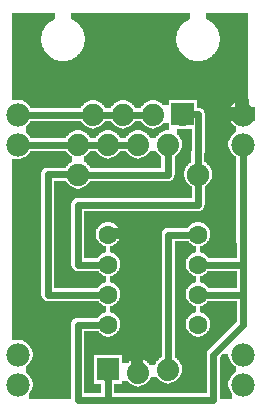
<source format=gbl>
G04 MADE WITH FRITZING*
G04 WWW.FRITZING.ORG*
G04 DOUBLE SIDED*
G04 HOLES PLATED*
G04 CONTOUR ON CENTER OF CONTOUR VECTOR*
%ASAXBY*%
%FSLAX23Y23*%
%MOIN*%
%OFA0B0*%
%SFA1.0B1.0*%
%ADD10C,0.075000*%
%ADD11C,0.078000*%
%ADD12C,0.074000*%
%ADD13C,0.063000*%
%ADD14C,0.024000*%
%ADD15R,0.001000X0.001000*%
%LNCOPPER0*%
G90*
G70*
G54D10*
X114Y320D03*
X346Y1261D03*
G54D11*
X809Y188D03*
X809Y88D03*
X59Y188D03*
X59Y88D03*
X59Y988D03*
X59Y888D03*
X809Y988D03*
X809Y888D03*
G54D12*
X359Y138D03*
X459Y128D03*
X559Y138D03*
X259Y888D03*
X309Y988D03*
X359Y888D03*
X459Y888D03*
X559Y888D03*
X409Y988D03*
X509Y988D03*
X609Y988D03*
G54D13*
X659Y288D03*
X659Y388D03*
X659Y488D03*
X659Y588D03*
X359Y588D03*
X359Y488D03*
X359Y388D03*
X359Y288D03*
G54D10*
X259Y788D03*
X659Y788D03*
G54D14*
X560Y588D02*
X632Y588D01*
D02*
X560Y238D02*
X560Y588D01*
D02*
X559Y170D02*
X560Y238D01*
D02*
X440Y988D02*
X478Y988D01*
D02*
X340Y988D02*
X378Y988D01*
D02*
X228Y888D02*
X89Y888D01*
D02*
X278Y988D02*
X89Y988D01*
D02*
X709Y188D02*
X709Y38D01*
D02*
X809Y288D02*
X709Y188D01*
D02*
X709Y38D02*
X358Y38D01*
D02*
X358Y38D02*
X359Y107D01*
D02*
X809Y858D02*
X809Y288D01*
D02*
X809Y488D02*
X686Y488D01*
D02*
X809Y858D02*
X809Y488D01*
D02*
X258Y38D02*
X258Y288D01*
D02*
X258Y288D02*
X332Y288D01*
D02*
X358Y38D02*
X258Y38D01*
D02*
X809Y388D02*
X809Y858D01*
D02*
X686Y388D02*
X809Y388D01*
D02*
X659Y688D02*
X258Y688D01*
D02*
X258Y488D02*
X332Y488D01*
D02*
X258Y688D02*
X258Y488D01*
D02*
X659Y760D02*
X659Y688D01*
D02*
X158Y388D02*
X332Y388D01*
D02*
X158Y789D02*
X158Y388D01*
D02*
X230Y789D02*
X158Y789D01*
D02*
X390Y888D02*
X428Y888D01*
D02*
X290Y888D02*
X328Y888D01*
D02*
X559Y788D02*
X559Y858D01*
D02*
X287Y788D02*
X559Y788D01*
D02*
X659Y989D02*
X640Y989D01*
D02*
X659Y817D02*
X659Y989D01*
G36*
X100Y967D02*
X100Y963D01*
X98Y963D01*
X98Y961D01*
X96Y961D01*
X96Y959D01*
X94Y959D01*
X94Y955D01*
X92Y955D01*
X92Y953D01*
X88Y953D01*
X88Y951D01*
X86Y951D01*
X86Y949D01*
X84Y949D01*
X84Y941D01*
X306Y941D01*
X306Y943D01*
X296Y943D01*
X296Y945D01*
X292Y945D01*
X292Y947D01*
X288Y947D01*
X288Y949D01*
X284Y949D01*
X284Y951D01*
X282Y951D01*
X282Y953D01*
X280Y953D01*
X280Y955D01*
X278Y955D01*
X278Y957D01*
X276Y957D01*
X276Y959D01*
X274Y959D01*
X274Y961D01*
X272Y961D01*
X272Y963D01*
X270Y963D01*
X270Y967D01*
X100Y967D01*
G37*
D02*
G36*
X348Y967D02*
X348Y963D01*
X346Y963D01*
X346Y961D01*
X344Y961D01*
X344Y959D01*
X342Y959D01*
X342Y957D01*
X340Y957D01*
X340Y955D01*
X338Y955D01*
X338Y953D01*
X336Y953D01*
X336Y951D01*
X334Y951D01*
X334Y949D01*
X330Y949D01*
X330Y947D01*
X326Y947D01*
X326Y945D01*
X320Y945D01*
X320Y943D01*
X312Y943D01*
X312Y941D01*
X406Y941D01*
X406Y943D01*
X396Y943D01*
X396Y945D01*
X392Y945D01*
X392Y947D01*
X388Y947D01*
X388Y949D01*
X384Y949D01*
X384Y951D01*
X382Y951D01*
X382Y953D01*
X380Y953D01*
X380Y955D01*
X378Y955D01*
X378Y957D01*
X376Y957D01*
X376Y959D01*
X374Y959D01*
X374Y961D01*
X372Y961D01*
X372Y963D01*
X370Y963D01*
X370Y967D01*
X348Y967D01*
G37*
D02*
G36*
X448Y967D02*
X448Y963D01*
X446Y963D01*
X446Y961D01*
X444Y961D01*
X444Y959D01*
X442Y959D01*
X442Y957D01*
X440Y957D01*
X440Y955D01*
X438Y955D01*
X438Y953D01*
X436Y953D01*
X436Y951D01*
X434Y951D01*
X434Y949D01*
X430Y949D01*
X430Y947D01*
X426Y947D01*
X426Y945D01*
X420Y945D01*
X420Y943D01*
X412Y943D01*
X412Y941D01*
X506Y941D01*
X506Y943D01*
X496Y943D01*
X496Y945D01*
X492Y945D01*
X492Y947D01*
X488Y947D01*
X488Y949D01*
X484Y949D01*
X484Y951D01*
X482Y951D01*
X482Y953D01*
X480Y953D01*
X480Y955D01*
X478Y955D01*
X478Y957D01*
X476Y957D01*
X476Y959D01*
X474Y959D01*
X474Y961D01*
X472Y961D01*
X472Y963D01*
X470Y963D01*
X470Y967D01*
X448Y967D01*
G37*
D02*
G36*
X542Y959D02*
X542Y957D01*
X540Y957D01*
X540Y955D01*
X538Y955D01*
X538Y953D01*
X536Y953D01*
X536Y951D01*
X534Y951D01*
X534Y949D01*
X530Y949D01*
X530Y947D01*
X526Y947D01*
X526Y945D01*
X520Y945D01*
X520Y943D01*
X512Y943D01*
X512Y941D01*
X562Y941D01*
X562Y959D01*
X542Y959D01*
G37*
D02*
G36*
X84Y941D02*
X84Y939D01*
X562Y939D01*
X562Y941D01*
X84Y941D01*
G37*
D02*
G36*
X84Y941D02*
X84Y939D01*
X562Y939D01*
X562Y941D01*
X84Y941D01*
G37*
D02*
G36*
X84Y941D02*
X84Y939D01*
X562Y939D01*
X562Y941D01*
X84Y941D01*
G37*
D02*
G36*
X84Y941D02*
X84Y939D01*
X562Y939D01*
X562Y941D01*
X84Y941D01*
G37*
D02*
G36*
X84Y939D02*
X84Y935D01*
X470Y935D01*
X470Y933D01*
X476Y933D01*
X476Y931D01*
X478Y931D01*
X478Y929D01*
X482Y929D01*
X482Y927D01*
X486Y927D01*
X486Y925D01*
X488Y925D01*
X488Y923D01*
X490Y923D01*
X490Y921D01*
X492Y921D01*
X492Y919D01*
X494Y919D01*
X494Y917D01*
X496Y917D01*
X496Y913D01*
X498Y913D01*
X498Y911D01*
X520Y911D01*
X520Y915D01*
X522Y915D01*
X522Y917D01*
X524Y917D01*
X524Y919D01*
X526Y919D01*
X526Y921D01*
X528Y921D01*
X528Y923D01*
X530Y923D01*
X530Y925D01*
X532Y925D01*
X532Y927D01*
X536Y927D01*
X536Y929D01*
X538Y929D01*
X538Y931D01*
X542Y931D01*
X542Y933D01*
X548Y933D01*
X548Y935D01*
X562Y935D01*
X562Y939D01*
X84Y939D01*
G37*
D02*
G36*
X84Y935D02*
X84Y929D01*
X86Y929D01*
X86Y927D01*
X88Y927D01*
X88Y925D01*
X90Y925D01*
X90Y923D01*
X92Y923D01*
X92Y921D01*
X94Y921D01*
X94Y919D01*
X96Y919D01*
X96Y917D01*
X98Y917D01*
X98Y915D01*
X100Y915D01*
X100Y911D01*
X220Y911D01*
X220Y915D01*
X222Y915D01*
X222Y917D01*
X224Y917D01*
X224Y919D01*
X226Y919D01*
X226Y921D01*
X228Y921D01*
X228Y923D01*
X230Y923D01*
X230Y925D01*
X232Y925D01*
X232Y927D01*
X236Y927D01*
X236Y929D01*
X238Y929D01*
X238Y931D01*
X242Y931D01*
X242Y933D01*
X248Y933D01*
X248Y935D01*
X84Y935D01*
G37*
D02*
G36*
X270Y935D02*
X270Y933D01*
X276Y933D01*
X276Y931D01*
X278Y931D01*
X278Y929D01*
X282Y929D01*
X282Y927D01*
X286Y927D01*
X286Y925D01*
X288Y925D01*
X288Y923D01*
X290Y923D01*
X290Y921D01*
X292Y921D01*
X292Y919D01*
X294Y919D01*
X294Y917D01*
X296Y917D01*
X296Y913D01*
X298Y913D01*
X298Y911D01*
X320Y911D01*
X320Y915D01*
X322Y915D01*
X322Y917D01*
X324Y917D01*
X324Y919D01*
X326Y919D01*
X326Y921D01*
X328Y921D01*
X328Y923D01*
X330Y923D01*
X330Y925D01*
X332Y925D01*
X332Y927D01*
X336Y927D01*
X336Y929D01*
X338Y929D01*
X338Y931D01*
X342Y931D01*
X342Y933D01*
X348Y933D01*
X348Y935D01*
X270Y935D01*
G37*
D02*
G36*
X370Y935D02*
X370Y933D01*
X376Y933D01*
X376Y931D01*
X378Y931D01*
X378Y929D01*
X382Y929D01*
X382Y927D01*
X386Y927D01*
X386Y925D01*
X388Y925D01*
X388Y923D01*
X390Y923D01*
X390Y921D01*
X392Y921D01*
X392Y919D01*
X394Y919D01*
X394Y917D01*
X396Y917D01*
X396Y913D01*
X398Y913D01*
X398Y911D01*
X420Y911D01*
X420Y915D01*
X422Y915D01*
X422Y917D01*
X424Y917D01*
X424Y919D01*
X426Y919D01*
X426Y921D01*
X428Y921D01*
X428Y923D01*
X430Y923D01*
X430Y925D01*
X432Y925D01*
X432Y927D01*
X436Y927D01*
X436Y929D01*
X438Y929D01*
X438Y931D01*
X442Y931D01*
X442Y933D01*
X448Y933D01*
X448Y935D01*
X370Y935D01*
G37*
D02*
G36*
X100Y867D02*
X100Y863D01*
X98Y863D01*
X98Y861D01*
X96Y861D01*
X96Y859D01*
X94Y859D01*
X94Y855D01*
X92Y855D01*
X92Y853D01*
X88Y853D01*
X88Y851D01*
X86Y851D01*
X86Y849D01*
X84Y849D01*
X84Y847D01*
X80Y847D01*
X80Y845D01*
X76Y845D01*
X76Y843D01*
X70Y843D01*
X70Y841D01*
X62Y841D01*
X62Y839D01*
X40Y839D01*
X40Y237D01*
X70Y237D01*
X70Y235D01*
X76Y235D01*
X76Y233D01*
X80Y233D01*
X80Y231D01*
X82Y231D01*
X82Y229D01*
X86Y229D01*
X86Y227D01*
X88Y227D01*
X88Y225D01*
X90Y225D01*
X90Y223D01*
X92Y223D01*
X92Y221D01*
X94Y221D01*
X94Y219D01*
X96Y219D01*
X96Y217D01*
X98Y217D01*
X98Y215D01*
X100Y215D01*
X100Y211D01*
X102Y211D01*
X102Y207D01*
X104Y207D01*
X104Y203D01*
X106Y203D01*
X106Y197D01*
X108Y197D01*
X108Y181D01*
X106Y181D01*
X106Y175D01*
X104Y175D01*
X104Y169D01*
X102Y169D01*
X102Y167D01*
X100Y167D01*
X100Y163D01*
X98Y163D01*
X98Y161D01*
X96Y161D01*
X96Y159D01*
X94Y159D01*
X94Y155D01*
X92Y155D01*
X92Y153D01*
X88Y153D01*
X88Y151D01*
X86Y151D01*
X86Y149D01*
X84Y149D01*
X84Y129D01*
X86Y129D01*
X86Y127D01*
X88Y127D01*
X88Y125D01*
X90Y125D01*
X90Y123D01*
X92Y123D01*
X92Y121D01*
X94Y121D01*
X94Y119D01*
X96Y119D01*
X96Y117D01*
X98Y117D01*
X98Y115D01*
X100Y115D01*
X100Y111D01*
X102Y111D01*
X102Y107D01*
X104Y107D01*
X104Y103D01*
X106Y103D01*
X106Y97D01*
X108Y97D01*
X108Y81D01*
X106Y81D01*
X106Y75D01*
X104Y75D01*
X104Y69D01*
X102Y69D01*
X102Y67D01*
X100Y67D01*
X100Y63D01*
X98Y63D01*
X98Y61D01*
X96Y61D01*
X96Y41D01*
X236Y41D01*
X236Y295D01*
X238Y295D01*
X238Y299D01*
X240Y299D01*
X240Y303D01*
X242Y303D01*
X242Y305D01*
X246Y305D01*
X246Y307D01*
X248Y307D01*
X248Y309D01*
X254Y309D01*
X254Y311D01*
X326Y311D01*
X326Y313D01*
X328Y313D01*
X328Y315D01*
X330Y315D01*
X330Y317D01*
X332Y317D01*
X332Y319D01*
X334Y319D01*
X334Y321D01*
X336Y321D01*
X336Y323D01*
X340Y323D01*
X340Y325D01*
X342Y325D01*
X342Y327D01*
X348Y327D01*
X348Y329D01*
X352Y329D01*
X352Y349D01*
X346Y349D01*
X346Y351D01*
X342Y351D01*
X342Y353D01*
X338Y353D01*
X338Y355D01*
X336Y355D01*
X336Y357D01*
X334Y357D01*
X334Y359D01*
X330Y359D01*
X330Y361D01*
X328Y361D01*
X328Y365D01*
X326Y365D01*
X326Y367D01*
X150Y367D01*
X150Y369D01*
X146Y369D01*
X146Y371D01*
X144Y371D01*
X144Y373D01*
X142Y373D01*
X142Y375D01*
X140Y375D01*
X140Y377D01*
X138Y377D01*
X138Y383D01*
X136Y383D01*
X136Y795D01*
X138Y795D01*
X138Y799D01*
X140Y799D01*
X140Y803D01*
X142Y803D01*
X142Y805D01*
X144Y805D01*
X144Y807D01*
X146Y807D01*
X146Y809D01*
X150Y809D01*
X150Y811D01*
X218Y811D01*
X218Y813D01*
X220Y813D01*
X220Y815D01*
X222Y815D01*
X222Y817D01*
X224Y817D01*
X224Y819D01*
X226Y819D01*
X226Y823D01*
X230Y823D01*
X230Y825D01*
X232Y825D01*
X232Y827D01*
X234Y827D01*
X234Y829D01*
X238Y829D01*
X238Y849D01*
X234Y849D01*
X234Y851D01*
X232Y851D01*
X232Y853D01*
X230Y853D01*
X230Y855D01*
X228Y855D01*
X228Y857D01*
X226Y857D01*
X226Y859D01*
X224Y859D01*
X224Y861D01*
X222Y861D01*
X222Y863D01*
X220Y863D01*
X220Y867D01*
X100Y867D01*
G37*
D02*
G36*
X298Y867D02*
X298Y863D01*
X296Y863D01*
X296Y861D01*
X294Y861D01*
X294Y859D01*
X292Y859D01*
X292Y857D01*
X290Y857D01*
X290Y855D01*
X288Y855D01*
X288Y853D01*
X286Y853D01*
X286Y851D01*
X284Y851D01*
X284Y849D01*
X280Y849D01*
X280Y841D01*
X356Y841D01*
X356Y843D01*
X346Y843D01*
X346Y845D01*
X342Y845D01*
X342Y847D01*
X338Y847D01*
X338Y849D01*
X334Y849D01*
X334Y851D01*
X332Y851D01*
X332Y853D01*
X330Y853D01*
X330Y855D01*
X328Y855D01*
X328Y857D01*
X326Y857D01*
X326Y859D01*
X324Y859D01*
X324Y861D01*
X322Y861D01*
X322Y863D01*
X320Y863D01*
X320Y867D01*
X298Y867D01*
G37*
D02*
G36*
X398Y867D02*
X398Y863D01*
X396Y863D01*
X396Y861D01*
X394Y861D01*
X394Y859D01*
X392Y859D01*
X392Y857D01*
X390Y857D01*
X390Y855D01*
X388Y855D01*
X388Y853D01*
X386Y853D01*
X386Y851D01*
X384Y851D01*
X384Y849D01*
X380Y849D01*
X380Y847D01*
X376Y847D01*
X376Y845D01*
X370Y845D01*
X370Y843D01*
X362Y843D01*
X362Y841D01*
X456Y841D01*
X456Y843D01*
X446Y843D01*
X446Y845D01*
X442Y845D01*
X442Y847D01*
X438Y847D01*
X438Y849D01*
X434Y849D01*
X434Y851D01*
X432Y851D01*
X432Y853D01*
X430Y853D01*
X430Y855D01*
X428Y855D01*
X428Y857D01*
X426Y857D01*
X426Y859D01*
X424Y859D01*
X424Y861D01*
X422Y861D01*
X422Y863D01*
X420Y863D01*
X420Y867D01*
X398Y867D01*
G37*
D02*
G36*
X498Y867D02*
X498Y863D01*
X496Y863D01*
X496Y861D01*
X494Y861D01*
X494Y859D01*
X492Y859D01*
X492Y857D01*
X490Y857D01*
X490Y855D01*
X488Y855D01*
X488Y853D01*
X486Y853D01*
X486Y851D01*
X484Y851D01*
X484Y849D01*
X480Y849D01*
X480Y847D01*
X476Y847D01*
X476Y845D01*
X470Y845D01*
X470Y843D01*
X462Y843D01*
X462Y841D01*
X536Y841D01*
X536Y849D01*
X534Y849D01*
X534Y851D01*
X532Y851D01*
X532Y853D01*
X530Y853D01*
X530Y855D01*
X528Y855D01*
X528Y857D01*
X526Y857D01*
X526Y859D01*
X524Y859D01*
X524Y861D01*
X522Y861D01*
X522Y863D01*
X520Y863D01*
X520Y867D01*
X498Y867D01*
G37*
D02*
G36*
X280Y841D02*
X280Y839D01*
X536Y839D01*
X536Y841D01*
X280Y841D01*
G37*
D02*
G36*
X280Y841D02*
X280Y839D01*
X536Y839D01*
X536Y841D01*
X280Y841D01*
G37*
D02*
G36*
X280Y841D02*
X280Y839D01*
X536Y839D01*
X536Y841D01*
X280Y841D01*
G37*
D02*
G36*
X280Y839D02*
X280Y829D01*
X284Y829D01*
X284Y827D01*
X286Y827D01*
X286Y825D01*
X288Y825D01*
X288Y823D01*
X290Y823D01*
X290Y821D01*
X292Y821D01*
X292Y819D01*
X294Y819D01*
X294Y817D01*
X296Y817D01*
X296Y815D01*
X298Y815D01*
X298Y811D01*
X536Y811D01*
X536Y839D01*
X280Y839D01*
G37*
D02*
G36*
X590Y941D02*
X590Y921D01*
X592Y921D01*
X592Y919D01*
X594Y919D01*
X594Y917D01*
X596Y917D01*
X596Y913D01*
X598Y913D01*
X598Y911D01*
X600Y911D01*
X600Y907D01*
X602Y907D01*
X602Y903D01*
X604Y903D01*
X604Y895D01*
X606Y895D01*
X606Y881D01*
X604Y881D01*
X604Y875D01*
X602Y875D01*
X602Y871D01*
X600Y871D01*
X600Y867D01*
X598Y867D01*
X598Y863D01*
X596Y863D01*
X596Y861D01*
X594Y861D01*
X594Y859D01*
X592Y859D01*
X592Y857D01*
X590Y857D01*
X590Y855D01*
X588Y855D01*
X588Y853D01*
X586Y853D01*
X586Y851D01*
X584Y851D01*
X584Y849D01*
X582Y849D01*
X582Y787D01*
X580Y787D01*
X580Y779D01*
X578Y779D01*
X578Y775D01*
X576Y775D01*
X576Y773D01*
X574Y773D01*
X574Y771D01*
X572Y771D01*
X572Y769D01*
X568Y769D01*
X568Y767D01*
X298Y767D01*
X298Y763D01*
X296Y763D01*
X296Y761D01*
X294Y761D01*
X294Y759D01*
X292Y759D01*
X292Y755D01*
X288Y755D01*
X288Y753D01*
X286Y753D01*
X286Y751D01*
X284Y751D01*
X284Y749D01*
X280Y749D01*
X280Y747D01*
X278Y747D01*
X278Y745D01*
X272Y745D01*
X272Y743D01*
X266Y743D01*
X266Y741D01*
X638Y741D01*
X638Y749D01*
X634Y749D01*
X634Y751D01*
X632Y751D01*
X632Y753D01*
X628Y753D01*
X628Y755D01*
X626Y755D01*
X626Y757D01*
X624Y757D01*
X624Y761D01*
X622Y761D01*
X622Y763D01*
X620Y763D01*
X620Y765D01*
X618Y765D01*
X618Y769D01*
X616Y769D01*
X616Y773D01*
X614Y773D01*
X614Y779D01*
X612Y779D01*
X612Y799D01*
X614Y799D01*
X614Y805D01*
X616Y805D01*
X616Y809D01*
X618Y809D01*
X618Y813D01*
X620Y813D01*
X620Y815D01*
X622Y815D01*
X622Y817D01*
X624Y817D01*
X624Y819D01*
X626Y819D01*
X626Y823D01*
X630Y823D01*
X630Y825D01*
X632Y825D01*
X632Y827D01*
X634Y827D01*
X634Y829D01*
X636Y829D01*
X636Y865D01*
X638Y865D01*
X638Y941D01*
X590Y941D01*
G37*
D02*
G36*
X180Y767D02*
X180Y741D01*
X252Y741D01*
X252Y743D01*
X246Y743D01*
X246Y745D01*
X240Y745D01*
X240Y747D01*
X238Y747D01*
X238Y749D01*
X234Y749D01*
X234Y751D01*
X232Y751D01*
X232Y753D01*
X228Y753D01*
X228Y755D01*
X226Y755D01*
X226Y757D01*
X224Y757D01*
X224Y761D01*
X222Y761D01*
X222Y763D01*
X220Y763D01*
X220Y765D01*
X218Y765D01*
X218Y767D01*
X180Y767D01*
G37*
D02*
G36*
X180Y741D02*
X180Y739D01*
X638Y739D01*
X638Y741D01*
X180Y741D01*
G37*
D02*
G36*
X180Y741D02*
X180Y739D01*
X638Y739D01*
X638Y741D01*
X180Y741D01*
G37*
D02*
G36*
X180Y739D02*
X180Y411D01*
X326Y411D01*
X326Y413D01*
X328Y413D01*
X328Y415D01*
X330Y415D01*
X330Y417D01*
X332Y417D01*
X332Y419D01*
X334Y419D01*
X334Y421D01*
X336Y421D01*
X336Y423D01*
X340Y423D01*
X340Y425D01*
X342Y425D01*
X342Y427D01*
X348Y427D01*
X348Y429D01*
X352Y429D01*
X352Y449D01*
X346Y449D01*
X346Y451D01*
X342Y451D01*
X342Y453D01*
X338Y453D01*
X338Y455D01*
X336Y455D01*
X336Y457D01*
X334Y457D01*
X334Y459D01*
X330Y459D01*
X330Y461D01*
X328Y461D01*
X328Y465D01*
X326Y465D01*
X326Y467D01*
X250Y467D01*
X250Y469D01*
X246Y469D01*
X246Y471D01*
X244Y471D01*
X244Y473D01*
X242Y473D01*
X242Y475D01*
X240Y475D01*
X240Y477D01*
X238Y477D01*
X238Y483D01*
X236Y483D01*
X236Y693D01*
X238Y693D01*
X238Y699D01*
X240Y699D01*
X240Y701D01*
X242Y701D01*
X242Y703D01*
X244Y703D01*
X244Y705D01*
X246Y705D01*
X246Y707D01*
X250Y707D01*
X250Y709D01*
X638Y709D01*
X638Y739D01*
X180Y739D01*
G37*
D02*
G36*
X692Y467D02*
X692Y465D01*
X690Y465D01*
X690Y463D01*
X688Y463D01*
X688Y461D01*
X686Y461D01*
X686Y459D01*
X684Y459D01*
X684Y457D01*
X682Y457D01*
X682Y455D01*
X680Y455D01*
X680Y453D01*
X676Y453D01*
X676Y451D01*
X672Y451D01*
X672Y449D01*
X666Y449D01*
X666Y429D01*
X670Y429D01*
X670Y427D01*
X676Y427D01*
X676Y425D01*
X678Y425D01*
X678Y423D01*
X682Y423D01*
X682Y421D01*
X684Y421D01*
X684Y419D01*
X686Y419D01*
X686Y417D01*
X688Y417D01*
X688Y415D01*
X690Y415D01*
X690Y413D01*
X692Y413D01*
X692Y411D01*
X788Y411D01*
X788Y467D01*
X692Y467D01*
G37*
D02*
G36*
X40Y1325D02*
X40Y1165D01*
X204Y1165D01*
X204Y1167D01*
X192Y1167D01*
X192Y1169D01*
X186Y1169D01*
X186Y1171D01*
X180Y1171D01*
X180Y1173D01*
X176Y1173D01*
X176Y1175D01*
X172Y1175D01*
X172Y1177D01*
X170Y1177D01*
X170Y1179D01*
X166Y1179D01*
X166Y1181D01*
X164Y1181D01*
X164Y1183D01*
X162Y1183D01*
X162Y1185D01*
X160Y1185D01*
X160Y1187D01*
X158Y1187D01*
X158Y1189D01*
X156Y1189D01*
X156Y1191D01*
X154Y1191D01*
X154Y1193D01*
X152Y1193D01*
X152Y1195D01*
X150Y1195D01*
X150Y1199D01*
X148Y1199D01*
X148Y1201D01*
X146Y1201D01*
X146Y1205D01*
X144Y1205D01*
X144Y1209D01*
X142Y1209D01*
X142Y1213D01*
X140Y1213D01*
X140Y1219D01*
X138Y1219D01*
X138Y1227D01*
X136Y1227D01*
X136Y1251D01*
X138Y1251D01*
X138Y1259D01*
X140Y1259D01*
X140Y1265D01*
X142Y1265D01*
X142Y1269D01*
X144Y1269D01*
X144Y1273D01*
X146Y1273D01*
X146Y1277D01*
X148Y1277D01*
X148Y1279D01*
X150Y1279D01*
X150Y1283D01*
X152Y1283D01*
X152Y1285D01*
X154Y1285D01*
X154Y1287D01*
X156Y1287D01*
X156Y1289D01*
X158Y1289D01*
X158Y1291D01*
X160Y1291D01*
X160Y1293D01*
X162Y1293D01*
X162Y1295D01*
X164Y1295D01*
X164Y1297D01*
X168Y1297D01*
X168Y1299D01*
X170Y1299D01*
X170Y1301D01*
X174Y1301D01*
X174Y1303D01*
X178Y1303D01*
X178Y1305D01*
X182Y1305D01*
X182Y1325D01*
X40Y1325D01*
G37*
D02*
G36*
X236Y1325D02*
X236Y1305D01*
X240Y1305D01*
X240Y1303D01*
X244Y1303D01*
X244Y1301D01*
X248Y1301D01*
X248Y1299D01*
X250Y1299D01*
X250Y1297D01*
X252Y1297D01*
X252Y1295D01*
X256Y1295D01*
X256Y1293D01*
X258Y1293D01*
X258Y1291D01*
X260Y1291D01*
X260Y1289D01*
X262Y1289D01*
X262Y1287D01*
X264Y1287D01*
X264Y1285D01*
X266Y1285D01*
X266Y1281D01*
X268Y1281D01*
X268Y1279D01*
X270Y1279D01*
X270Y1275D01*
X272Y1275D01*
X272Y1273D01*
X274Y1273D01*
X274Y1269D01*
X276Y1269D01*
X276Y1263D01*
X278Y1263D01*
X278Y1257D01*
X280Y1257D01*
X280Y1249D01*
X282Y1249D01*
X282Y1229D01*
X280Y1229D01*
X280Y1219D01*
X278Y1219D01*
X278Y1213D01*
X276Y1213D01*
X276Y1209D01*
X274Y1209D01*
X274Y1205D01*
X272Y1205D01*
X272Y1201D01*
X270Y1201D01*
X270Y1199D01*
X268Y1199D01*
X268Y1197D01*
X266Y1197D01*
X266Y1193D01*
X264Y1193D01*
X264Y1191D01*
X262Y1191D01*
X262Y1189D01*
X260Y1189D01*
X260Y1187D01*
X258Y1187D01*
X258Y1185D01*
X256Y1185D01*
X256Y1183D01*
X254Y1183D01*
X254Y1181D01*
X250Y1181D01*
X250Y1179D01*
X248Y1179D01*
X248Y1177D01*
X244Y1177D01*
X244Y1175D01*
X242Y1175D01*
X242Y1173D01*
X238Y1173D01*
X238Y1171D01*
X232Y1171D01*
X232Y1169D01*
X226Y1169D01*
X226Y1167D01*
X212Y1167D01*
X212Y1165D01*
X654Y1165D01*
X654Y1167D01*
X642Y1167D01*
X642Y1169D01*
X636Y1169D01*
X636Y1171D01*
X630Y1171D01*
X630Y1173D01*
X626Y1173D01*
X626Y1175D01*
X622Y1175D01*
X622Y1177D01*
X620Y1177D01*
X620Y1179D01*
X616Y1179D01*
X616Y1181D01*
X614Y1181D01*
X614Y1183D01*
X612Y1183D01*
X612Y1185D01*
X610Y1185D01*
X610Y1187D01*
X608Y1187D01*
X608Y1189D01*
X606Y1189D01*
X606Y1191D01*
X604Y1191D01*
X604Y1193D01*
X602Y1193D01*
X602Y1195D01*
X600Y1195D01*
X600Y1199D01*
X598Y1199D01*
X598Y1201D01*
X596Y1201D01*
X596Y1205D01*
X594Y1205D01*
X594Y1209D01*
X592Y1209D01*
X592Y1213D01*
X590Y1213D01*
X590Y1219D01*
X588Y1219D01*
X588Y1227D01*
X586Y1227D01*
X586Y1251D01*
X588Y1251D01*
X588Y1259D01*
X590Y1259D01*
X590Y1265D01*
X592Y1265D01*
X592Y1269D01*
X594Y1269D01*
X594Y1273D01*
X596Y1273D01*
X596Y1277D01*
X598Y1277D01*
X598Y1279D01*
X600Y1279D01*
X600Y1283D01*
X602Y1283D01*
X602Y1285D01*
X604Y1285D01*
X604Y1287D01*
X606Y1287D01*
X606Y1289D01*
X608Y1289D01*
X608Y1291D01*
X610Y1291D01*
X610Y1293D01*
X612Y1293D01*
X612Y1295D01*
X614Y1295D01*
X614Y1297D01*
X618Y1297D01*
X618Y1299D01*
X620Y1299D01*
X620Y1301D01*
X624Y1301D01*
X624Y1303D01*
X628Y1303D01*
X628Y1305D01*
X632Y1305D01*
X632Y1325D01*
X236Y1325D01*
G37*
D02*
G36*
X686Y1325D02*
X686Y1305D01*
X690Y1305D01*
X690Y1303D01*
X694Y1303D01*
X694Y1301D01*
X698Y1301D01*
X698Y1299D01*
X700Y1299D01*
X700Y1297D01*
X702Y1297D01*
X702Y1295D01*
X706Y1295D01*
X706Y1293D01*
X708Y1293D01*
X708Y1291D01*
X710Y1291D01*
X710Y1289D01*
X712Y1289D01*
X712Y1287D01*
X714Y1287D01*
X714Y1285D01*
X716Y1285D01*
X716Y1281D01*
X718Y1281D01*
X718Y1279D01*
X720Y1279D01*
X720Y1275D01*
X722Y1275D01*
X722Y1273D01*
X724Y1273D01*
X724Y1269D01*
X726Y1269D01*
X726Y1263D01*
X728Y1263D01*
X728Y1257D01*
X730Y1257D01*
X730Y1249D01*
X732Y1249D01*
X732Y1229D01*
X730Y1229D01*
X730Y1219D01*
X728Y1219D01*
X728Y1213D01*
X726Y1213D01*
X726Y1209D01*
X724Y1209D01*
X724Y1205D01*
X722Y1205D01*
X722Y1201D01*
X720Y1201D01*
X720Y1199D01*
X718Y1199D01*
X718Y1197D01*
X716Y1197D01*
X716Y1193D01*
X714Y1193D01*
X714Y1191D01*
X712Y1191D01*
X712Y1189D01*
X710Y1189D01*
X710Y1187D01*
X708Y1187D01*
X708Y1185D01*
X706Y1185D01*
X706Y1183D01*
X704Y1183D01*
X704Y1181D01*
X700Y1181D01*
X700Y1179D01*
X698Y1179D01*
X698Y1177D01*
X694Y1177D01*
X694Y1175D01*
X692Y1175D01*
X692Y1173D01*
X688Y1173D01*
X688Y1171D01*
X682Y1171D01*
X682Y1169D01*
X676Y1169D01*
X676Y1167D01*
X662Y1167D01*
X662Y1165D01*
X826Y1165D01*
X826Y1325D01*
X686Y1325D01*
G37*
D02*
G36*
X40Y1165D02*
X40Y1163D01*
X826Y1163D01*
X826Y1165D01*
X40Y1165D01*
G37*
D02*
G36*
X40Y1165D02*
X40Y1163D01*
X826Y1163D01*
X826Y1165D01*
X40Y1165D01*
G37*
D02*
G36*
X40Y1165D02*
X40Y1163D01*
X826Y1163D01*
X826Y1165D01*
X40Y1165D01*
G37*
D02*
G36*
X40Y1163D02*
X40Y1037D01*
X70Y1037D01*
X70Y1035D01*
X656Y1035D01*
X656Y1011D01*
X666Y1011D01*
X666Y1009D01*
X670Y1009D01*
X670Y1007D01*
X674Y1007D01*
X674Y1005D01*
X676Y1005D01*
X676Y1003D01*
X678Y1003D01*
X678Y999D01*
X680Y999D01*
X680Y993D01*
X682Y993D01*
X682Y859D01*
X680Y859D01*
X680Y829D01*
X684Y829D01*
X684Y827D01*
X686Y827D01*
X686Y825D01*
X688Y825D01*
X688Y823D01*
X690Y823D01*
X690Y821D01*
X692Y821D01*
X692Y819D01*
X694Y819D01*
X694Y817D01*
X696Y817D01*
X696Y815D01*
X698Y815D01*
X698Y811D01*
X700Y811D01*
X700Y809D01*
X702Y809D01*
X702Y803D01*
X704Y803D01*
X704Y799D01*
X706Y799D01*
X706Y779D01*
X704Y779D01*
X704Y773D01*
X702Y773D01*
X702Y769D01*
X700Y769D01*
X700Y767D01*
X698Y767D01*
X698Y763D01*
X696Y763D01*
X696Y761D01*
X694Y761D01*
X694Y759D01*
X692Y759D01*
X692Y755D01*
X688Y755D01*
X688Y753D01*
X686Y753D01*
X686Y751D01*
X684Y751D01*
X684Y749D01*
X682Y749D01*
X682Y685D01*
X680Y685D01*
X680Y679D01*
X678Y679D01*
X678Y675D01*
X676Y675D01*
X676Y673D01*
X674Y673D01*
X674Y671D01*
X672Y671D01*
X672Y669D01*
X668Y669D01*
X668Y667D01*
X660Y667D01*
X660Y665D01*
X280Y665D01*
X280Y631D01*
X662Y631D01*
X662Y629D01*
X670Y629D01*
X670Y627D01*
X676Y627D01*
X676Y625D01*
X678Y625D01*
X678Y623D01*
X682Y623D01*
X682Y621D01*
X684Y621D01*
X684Y619D01*
X686Y619D01*
X686Y617D01*
X688Y617D01*
X688Y615D01*
X690Y615D01*
X690Y613D01*
X692Y613D01*
X692Y611D01*
X694Y611D01*
X694Y607D01*
X696Y607D01*
X696Y603D01*
X698Y603D01*
X698Y597D01*
X700Y597D01*
X700Y581D01*
X698Y581D01*
X698Y575D01*
X696Y575D01*
X696Y571D01*
X694Y571D01*
X694Y567D01*
X692Y567D01*
X692Y565D01*
X690Y565D01*
X690Y563D01*
X688Y563D01*
X688Y561D01*
X686Y561D01*
X686Y559D01*
X684Y559D01*
X684Y557D01*
X682Y557D01*
X682Y555D01*
X680Y555D01*
X680Y553D01*
X676Y553D01*
X676Y551D01*
X672Y551D01*
X672Y549D01*
X666Y549D01*
X666Y529D01*
X670Y529D01*
X670Y527D01*
X676Y527D01*
X676Y525D01*
X678Y525D01*
X678Y523D01*
X682Y523D01*
X682Y521D01*
X684Y521D01*
X684Y519D01*
X686Y519D01*
X686Y517D01*
X688Y517D01*
X688Y515D01*
X690Y515D01*
X690Y513D01*
X692Y513D01*
X692Y511D01*
X788Y511D01*
X788Y561D01*
X786Y561D01*
X786Y847D01*
X784Y847D01*
X784Y849D01*
X782Y849D01*
X782Y851D01*
X778Y851D01*
X778Y853D01*
X776Y853D01*
X776Y855D01*
X774Y855D01*
X774Y857D01*
X772Y857D01*
X772Y861D01*
X770Y861D01*
X770Y863D01*
X768Y863D01*
X768Y865D01*
X766Y865D01*
X766Y869D01*
X764Y869D01*
X764Y873D01*
X762Y873D01*
X762Y879D01*
X760Y879D01*
X760Y899D01*
X762Y899D01*
X762Y903D01*
X764Y903D01*
X764Y909D01*
X766Y909D01*
X766Y911D01*
X768Y911D01*
X768Y915D01*
X770Y915D01*
X770Y917D01*
X772Y917D01*
X772Y919D01*
X774Y919D01*
X774Y923D01*
X778Y923D01*
X778Y925D01*
X780Y925D01*
X780Y927D01*
X782Y927D01*
X782Y929D01*
X784Y929D01*
X784Y949D01*
X782Y949D01*
X782Y951D01*
X778Y951D01*
X778Y953D01*
X776Y953D01*
X776Y955D01*
X774Y955D01*
X774Y957D01*
X772Y957D01*
X772Y961D01*
X770Y961D01*
X770Y963D01*
X768Y963D01*
X768Y965D01*
X766Y965D01*
X766Y969D01*
X764Y969D01*
X764Y973D01*
X762Y973D01*
X762Y979D01*
X760Y979D01*
X760Y999D01*
X762Y999D01*
X762Y1003D01*
X764Y1003D01*
X764Y1009D01*
X766Y1009D01*
X766Y1011D01*
X768Y1011D01*
X768Y1015D01*
X770Y1015D01*
X770Y1017D01*
X772Y1017D01*
X772Y1019D01*
X774Y1019D01*
X774Y1023D01*
X778Y1023D01*
X778Y1025D01*
X780Y1025D01*
X780Y1027D01*
X782Y1027D01*
X782Y1029D01*
X784Y1029D01*
X784Y1031D01*
X788Y1031D01*
X788Y1033D01*
X792Y1033D01*
X792Y1035D01*
X798Y1035D01*
X798Y1037D01*
X826Y1037D01*
X826Y1163D01*
X40Y1163D01*
G37*
D02*
G36*
X76Y1035D02*
X76Y1033D01*
X80Y1033D01*
X80Y1031D01*
X82Y1031D01*
X82Y1029D01*
X86Y1029D01*
X86Y1027D01*
X88Y1027D01*
X88Y1025D01*
X90Y1025D01*
X90Y1023D01*
X92Y1023D01*
X92Y1021D01*
X94Y1021D01*
X94Y1019D01*
X96Y1019D01*
X96Y1017D01*
X98Y1017D01*
X98Y1015D01*
X100Y1015D01*
X100Y1011D01*
X270Y1011D01*
X270Y1015D01*
X272Y1015D01*
X272Y1017D01*
X274Y1017D01*
X274Y1019D01*
X276Y1019D01*
X276Y1021D01*
X278Y1021D01*
X278Y1023D01*
X280Y1023D01*
X280Y1025D01*
X282Y1025D01*
X282Y1027D01*
X286Y1027D01*
X286Y1029D01*
X288Y1029D01*
X288Y1031D01*
X292Y1031D01*
X292Y1033D01*
X298Y1033D01*
X298Y1035D01*
X76Y1035D01*
G37*
D02*
G36*
X320Y1035D02*
X320Y1033D01*
X326Y1033D01*
X326Y1031D01*
X328Y1031D01*
X328Y1029D01*
X332Y1029D01*
X332Y1027D01*
X336Y1027D01*
X336Y1025D01*
X338Y1025D01*
X338Y1023D01*
X340Y1023D01*
X340Y1021D01*
X342Y1021D01*
X342Y1019D01*
X344Y1019D01*
X344Y1017D01*
X346Y1017D01*
X346Y1013D01*
X348Y1013D01*
X348Y1011D01*
X370Y1011D01*
X370Y1015D01*
X372Y1015D01*
X372Y1017D01*
X374Y1017D01*
X374Y1019D01*
X376Y1019D01*
X376Y1021D01*
X378Y1021D01*
X378Y1023D01*
X380Y1023D01*
X380Y1025D01*
X382Y1025D01*
X382Y1027D01*
X386Y1027D01*
X386Y1029D01*
X388Y1029D01*
X388Y1031D01*
X392Y1031D01*
X392Y1033D01*
X398Y1033D01*
X398Y1035D01*
X320Y1035D01*
G37*
D02*
G36*
X420Y1035D02*
X420Y1033D01*
X426Y1033D01*
X426Y1031D01*
X428Y1031D01*
X428Y1029D01*
X432Y1029D01*
X432Y1027D01*
X436Y1027D01*
X436Y1025D01*
X438Y1025D01*
X438Y1023D01*
X440Y1023D01*
X440Y1021D01*
X442Y1021D01*
X442Y1019D01*
X444Y1019D01*
X444Y1017D01*
X446Y1017D01*
X446Y1013D01*
X448Y1013D01*
X448Y1011D01*
X470Y1011D01*
X470Y1015D01*
X472Y1015D01*
X472Y1017D01*
X474Y1017D01*
X474Y1019D01*
X476Y1019D01*
X476Y1021D01*
X478Y1021D01*
X478Y1023D01*
X480Y1023D01*
X480Y1025D01*
X482Y1025D01*
X482Y1027D01*
X486Y1027D01*
X486Y1029D01*
X488Y1029D01*
X488Y1031D01*
X492Y1031D01*
X492Y1033D01*
X498Y1033D01*
X498Y1035D01*
X420Y1035D01*
G37*
D02*
G36*
X520Y1035D02*
X520Y1033D01*
X526Y1033D01*
X526Y1031D01*
X528Y1031D01*
X528Y1029D01*
X532Y1029D01*
X532Y1027D01*
X536Y1027D01*
X536Y1025D01*
X538Y1025D01*
X538Y1023D01*
X540Y1023D01*
X540Y1021D01*
X542Y1021D01*
X542Y1019D01*
X562Y1019D01*
X562Y1035D01*
X520Y1035D01*
G37*
D02*
G36*
X280Y631D02*
X280Y511D01*
X326Y511D01*
X326Y513D01*
X328Y513D01*
X328Y515D01*
X330Y515D01*
X330Y517D01*
X332Y517D01*
X332Y519D01*
X334Y519D01*
X334Y521D01*
X336Y521D01*
X336Y523D01*
X340Y523D01*
X340Y525D01*
X342Y525D01*
X342Y527D01*
X348Y527D01*
X348Y529D01*
X352Y529D01*
X352Y549D01*
X346Y549D01*
X346Y551D01*
X342Y551D01*
X342Y553D01*
X338Y553D01*
X338Y555D01*
X336Y555D01*
X336Y557D01*
X334Y557D01*
X334Y559D01*
X330Y559D01*
X330Y561D01*
X328Y561D01*
X328Y565D01*
X326Y565D01*
X326Y567D01*
X324Y567D01*
X324Y571D01*
X322Y571D01*
X322Y573D01*
X320Y573D01*
X320Y579D01*
X318Y579D01*
X318Y599D01*
X320Y599D01*
X320Y605D01*
X322Y605D01*
X322Y607D01*
X324Y607D01*
X324Y611D01*
X326Y611D01*
X326Y613D01*
X328Y613D01*
X328Y615D01*
X330Y615D01*
X330Y617D01*
X332Y617D01*
X332Y619D01*
X334Y619D01*
X334Y621D01*
X336Y621D01*
X336Y623D01*
X340Y623D01*
X340Y625D01*
X342Y625D01*
X342Y627D01*
X348Y627D01*
X348Y629D01*
X354Y629D01*
X354Y631D01*
X280Y631D01*
G37*
D02*
G36*
X362Y631D02*
X362Y629D01*
X370Y629D01*
X370Y627D01*
X376Y627D01*
X376Y625D01*
X378Y625D01*
X378Y623D01*
X382Y623D01*
X382Y621D01*
X384Y621D01*
X384Y619D01*
X386Y619D01*
X386Y617D01*
X388Y617D01*
X388Y615D01*
X390Y615D01*
X390Y613D01*
X392Y613D01*
X392Y611D01*
X394Y611D01*
X394Y607D01*
X396Y607D01*
X396Y603D01*
X398Y603D01*
X398Y597D01*
X400Y597D01*
X400Y581D01*
X398Y581D01*
X398Y575D01*
X396Y575D01*
X396Y571D01*
X394Y571D01*
X394Y567D01*
X392Y567D01*
X392Y565D01*
X390Y565D01*
X390Y563D01*
X388Y563D01*
X388Y561D01*
X386Y561D01*
X386Y559D01*
X384Y559D01*
X384Y557D01*
X382Y557D01*
X382Y555D01*
X380Y555D01*
X380Y553D01*
X376Y553D01*
X376Y551D01*
X372Y551D01*
X372Y549D01*
X366Y549D01*
X366Y529D01*
X370Y529D01*
X370Y527D01*
X376Y527D01*
X376Y525D01*
X378Y525D01*
X378Y523D01*
X382Y523D01*
X382Y521D01*
X384Y521D01*
X384Y519D01*
X386Y519D01*
X386Y517D01*
X388Y517D01*
X388Y515D01*
X390Y515D01*
X390Y513D01*
X392Y513D01*
X392Y511D01*
X394Y511D01*
X394Y507D01*
X396Y507D01*
X396Y503D01*
X398Y503D01*
X398Y497D01*
X400Y497D01*
X400Y481D01*
X398Y481D01*
X398Y475D01*
X396Y475D01*
X396Y471D01*
X394Y471D01*
X394Y467D01*
X392Y467D01*
X392Y465D01*
X390Y465D01*
X390Y463D01*
X388Y463D01*
X388Y461D01*
X386Y461D01*
X386Y459D01*
X384Y459D01*
X384Y457D01*
X382Y457D01*
X382Y455D01*
X380Y455D01*
X380Y453D01*
X376Y453D01*
X376Y451D01*
X372Y451D01*
X372Y449D01*
X366Y449D01*
X366Y429D01*
X370Y429D01*
X370Y427D01*
X376Y427D01*
X376Y425D01*
X378Y425D01*
X378Y423D01*
X382Y423D01*
X382Y421D01*
X384Y421D01*
X384Y419D01*
X386Y419D01*
X386Y417D01*
X388Y417D01*
X388Y415D01*
X390Y415D01*
X390Y413D01*
X392Y413D01*
X392Y411D01*
X394Y411D01*
X394Y407D01*
X396Y407D01*
X396Y403D01*
X398Y403D01*
X398Y397D01*
X400Y397D01*
X400Y381D01*
X398Y381D01*
X398Y375D01*
X396Y375D01*
X396Y371D01*
X394Y371D01*
X394Y367D01*
X392Y367D01*
X392Y365D01*
X390Y365D01*
X390Y363D01*
X388Y363D01*
X388Y361D01*
X386Y361D01*
X386Y359D01*
X384Y359D01*
X384Y357D01*
X382Y357D01*
X382Y355D01*
X380Y355D01*
X380Y353D01*
X376Y353D01*
X376Y351D01*
X372Y351D01*
X372Y349D01*
X366Y349D01*
X366Y329D01*
X370Y329D01*
X370Y327D01*
X376Y327D01*
X376Y325D01*
X378Y325D01*
X378Y323D01*
X382Y323D01*
X382Y321D01*
X384Y321D01*
X384Y319D01*
X386Y319D01*
X386Y317D01*
X388Y317D01*
X388Y315D01*
X390Y315D01*
X390Y313D01*
X392Y313D01*
X392Y311D01*
X394Y311D01*
X394Y307D01*
X396Y307D01*
X396Y303D01*
X398Y303D01*
X398Y297D01*
X400Y297D01*
X400Y281D01*
X398Y281D01*
X398Y275D01*
X396Y275D01*
X396Y271D01*
X394Y271D01*
X394Y267D01*
X392Y267D01*
X392Y265D01*
X390Y265D01*
X390Y263D01*
X388Y263D01*
X388Y261D01*
X386Y261D01*
X386Y259D01*
X384Y259D01*
X384Y257D01*
X382Y257D01*
X382Y255D01*
X380Y255D01*
X380Y253D01*
X376Y253D01*
X376Y251D01*
X372Y251D01*
X372Y249D01*
X366Y249D01*
X366Y247D01*
X538Y247D01*
X538Y595D01*
X540Y595D01*
X540Y599D01*
X542Y599D01*
X542Y603D01*
X544Y603D01*
X544Y605D01*
X546Y605D01*
X546Y607D01*
X550Y607D01*
X550Y609D01*
X558Y609D01*
X558Y611D01*
X626Y611D01*
X626Y613D01*
X628Y613D01*
X628Y615D01*
X630Y615D01*
X630Y617D01*
X632Y617D01*
X632Y619D01*
X634Y619D01*
X634Y621D01*
X636Y621D01*
X636Y623D01*
X640Y623D01*
X640Y625D01*
X642Y625D01*
X642Y627D01*
X648Y627D01*
X648Y629D01*
X654Y629D01*
X654Y631D01*
X362Y631D01*
G37*
D02*
G36*
X280Y267D02*
X280Y247D01*
X352Y247D01*
X352Y249D01*
X346Y249D01*
X346Y251D01*
X342Y251D01*
X342Y253D01*
X338Y253D01*
X338Y255D01*
X336Y255D01*
X336Y257D01*
X334Y257D01*
X334Y259D01*
X330Y259D01*
X330Y261D01*
X328Y261D01*
X328Y265D01*
X326Y265D01*
X326Y267D01*
X280Y267D01*
G37*
D02*
G36*
X280Y247D02*
X280Y245D01*
X538Y245D01*
X538Y247D01*
X280Y247D01*
G37*
D02*
G36*
X280Y247D02*
X280Y245D01*
X538Y245D01*
X538Y247D01*
X280Y247D01*
G37*
D02*
G36*
X280Y245D02*
X280Y185D01*
X406Y185D01*
X406Y175D01*
X470Y175D01*
X470Y173D01*
X476Y173D01*
X476Y171D01*
X478Y171D01*
X478Y169D01*
X482Y169D01*
X482Y167D01*
X486Y167D01*
X486Y165D01*
X488Y165D01*
X488Y163D01*
X490Y163D01*
X490Y161D01*
X492Y161D01*
X492Y159D01*
X494Y159D01*
X494Y157D01*
X496Y157D01*
X496Y153D01*
X516Y153D01*
X516Y157D01*
X518Y157D01*
X518Y161D01*
X520Y161D01*
X520Y165D01*
X522Y165D01*
X522Y167D01*
X524Y167D01*
X524Y169D01*
X526Y169D01*
X526Y171D01*
X528Y171D01*
X528Y173D01*
X530Y173D01*
X530Y175D01*
X532Y175D01*
X532Y177D01*
X536Y177D01*
X536Y179D01*
X538Y179D01*
X538Y245D01*
X280Y245D01*
G37*
D02*
G36*
X280Y185D02*
X280Y61D01*
X336Y61D01*
X336Y91D01*
X312Y91D01*
X312Y185D01*
X280Y185D01*
G37*
D02*
G36*
X406Y175D02*
X406Y159D01*
X426Y159D01*
X426Y161D01*
X428Y161D01*
X428Y163D01*
X430Y163D01*
X430Y165D01*
X432Y165D01*
X432Y167D01*
X436Y167D01*
X436Y169D01*
X438Y169D01*
X438Y171D01*
X442Y171D01*
X442Y173D01*
X448Y173D01*
X448Y175D01*
X406Y175D01*
G37*
D02*
G36*
X740Y189D02*
X740Y187D01*
X738Y187D01*
X738Y185D01*
X736Y185D01*
X736Y183D01*
X734Y183D01*
X734Y181D01*
X732Y181D01*
X732Y41D01*
X772Y41D01*
X772Y61D01*
X770Y61D01*
X770Y63D01*
X768Y63D01*
X768Y65D01*
X766Y65D01*
X766Y69D01*
X764Y69D01*
X764Y73D01*
X762Y73D01*
X762Y79D01*
X760Y79D01*
X760Y99D01*
X762Y99D01*
X762Y103D01*
X764Y103D01*
X764Y109D01*
X766Y109D01*
X766Y111D01*
X768Y111D01*
X768Y115D01*
X770Y115D01*
X770Y117D01*
X772Y117D01*
X772Y119D01*
X774Y119D01*
X774Y123D01*
X778Y123D01*
X778Y125D01*
X780Y125D01*
X780Y127D01*
X782Y127D01*
X782Y129D01*
X784Y129D01*
X784Y149D01*
X782Y149D01*
X782Y151D01*
X778Y151D01*
X778Y153D01*
X776Y153D01*
X776Y155D01*
X774Y155D01*
X774Y157D01*
X772Y157D01*
X772Y161D01*
X770Y161D01*
X770Y163D01*
X768Y163D01*
X768Y165D01*
X766Y165D01*
X766Y169D01*
X764Y169D01*
X764Y173D01*
X762Y173D01*
X762Y179D01*
X760Y179D01*
X760Y189D01*
X740Y189D01*
G37*
D02*
G36*
X582Y567D02*
X582Y247D01*
X652Y247D01*
X652Y249D01*
X646Y249D01*
X646Y251D01*
X642Y251D01*
X642Y253D01*
X638Y253D01*
X638Y255D01*
X636Y255D01*
X636Y257D01*
X634Y257D01*
X634Y259D01*
X630Y259D01*
X630Y261D01*
X628Y261D01*
X628Y265D01*
X626Y265D01*
X626Y267D01*
X624Y267D01*
X624Y271D01*
X622Y271D01*
X622Y273D01*
X620Y273D01*
X620Y279D01*
X618Y279D01*
X618Y299D01*
X620Y299D01*
X620Y305D01*
X622Y305D01*
X622Y307D01*
X624Y307D01*
X624Y311D01*
X626Y311D01*
X626Y313D01*
X628Y313D01*
X628Y315D01*
X630Y315D01*
X630Y317D01*
X632Y317D01*
X632Y319D01*
X634Y319D01*
X634Y321D01*
X636Y321D01*
X636Y323D01*
X640Y323D01*
X640Y325D01*
X642Y325D01*
X642Y327D01*
X648Y327D01*
X648Y329D01*
X652Y329D01*
X652Y349D01*
X646Y349D01*
X646Y351D01*
X642Y351D01*
X642Y353D01*
X638Y353D01*
X638Y355D01*
X636Y355D01*
X636Y357D01*
X634Y357D01*
X634Y359D01*
X630Y359D01*
X630Y361D01*
X628Y361D01*
X628Y365D01*
X626Y365D01*
X626Y367D01*
X624Y367D01*
X624Y371D01*
X622Y371D01*
X622Y373D01*
X620Y373D01*
X620Y379D01*
X618Y379D01*
X618Y399D01*
X620Y399D01*
X620Y405D01*
X622Y405D01*
X622Y407D01*
X624Y407D01*
X624Y411D01*
X626Y411D01*
X626Y413D01*
X628Y413D01*
X628Y415D01*
X630Y415D01*
X630Y417D01*
X632Y417D01*
X632Y419D01*
X634Y419D01*
X634Y421D01*
X636Y421D01*
X636Y423D01*
X640Y423D01*
X640Y425D01*
X642Y425D01*
X642Y427D01*
X648Y427D01*
X648Y429D01*
X652Y429D01*
X652Y449D01*
X646Y449D01*
X646Y451D01*
X642Y451D01*
X642Y453D01*
X638Y453D01*
X638Y455D01*
X636Y455D01*
X636Y457D01*
X634Y457D01*
X634Y459D01*
X630Y459D01*
X630Y461D01*
X628Y461D01*
X628Y465D01*
X626Y465D01*
X626Y467D01*
X624Y467D01*
X624Y471D01*
X622Y471D01*
X622Y473D01*
X620Y473D01*
X620Y479D01*
X618Y479D01*
X618Y499D01*
X620Y499D01*
X620Y505D01*
X622Y505D01*
X622Y507D01*
X624Y507D01*
X624Y511D01*
X626Y511D01*
X626Y513D01*
X628Y513D01*
X628Y515D01*
X630Y515D01*
X630Y517D01*
X632Y517D01*
X632Y519D01*
X634Y519D01*
X634Y521D01*
X636Y521D01*
X636Y523D01*
X640Y523D01*
X640Y525D01*
X642Y525D01*
X642Y527D01*
X648Y527D01*
X648Y529D01*
X652Y529D01*
X652Y549D01*
X646Y549D01*
X646Y551D01*
X642Y551D01*
X642Y553D01*
X638Y553D01*
X638Y555D01*
X636Y555D01*
X636Y557D01*
X634Y557D01*
X634Y559D01*
X630Y559D01*
X630Y561D01*
X628Y561D01*
X628Y565D01*
X626Y565D01*
X626Y567D01*
X582Y567D01*
G37*
D02*
G36*
X692Y367D02*
X692Y365D01*
X690Y365D01*
X690Y363D01*
X688Y363D01*
X688Y361D01*
X686Y361D01*
X686Y359D01*
X684Y359D01*
X684Y357D01*
X682Y357D01*
X682Y355D01*
X680Y355D01*
X680Y353D01*
X676Y353D01*
X676Y351D01*
X672Y351D01*
X672Y349D01*
X666Y349D01*
X666Y329D01*
X670Y329D01*
X670Y327D01*
X676Y327D01*
X676Y325D01*
X678Y325D01*
X678Y323D01*
X682Y323D01*
X682Y321D01*
X684Y321D01*
X684Y319D01*
X686Y319D01*
X686Y317D01*
X688Y317D01*
X688Y315D01*
X690Y315D01*
X690Y313D01*
X692Y313D01*
X692Y311D01*
X694Y311D01*
X694Y307D01*
X696Y307D01*
X696Y303D01*
X698Y303D01*
X698Y297D01*
X700Y297D01*
X700Y281D01*
X698Y281D01*
X698Y275D01*
X696Y275D01*
X696Y271D01*
X694Y271D01*
X694Y267D01*
X692Y267D01*
X692Y265D01*
X690Y265D01*
X690Y263D01*
X688Y263D01*
X688Y261D01*
X686Y261D01*
X686Y259D01*
X684Y259D01*
X684Y257D01*
X682Y257D01*
X682Y255D01*
X680Y255D01*
X680Y253D01*
X676Y253D01*
X676Y251D01*
X672Y251D01*
X672Y249D01*
X666Y249D01*
X666Y247D01*
X738Y247D01*
X738Y249D01*
X740Y249D01*
X740Y251D01*
X742Y251D01*
X742Y253D01*
X744Y253D01*
X744Y255D01*
X746Y255D01*
X746Y257D01*
X748Y257D01*
X748Y259D01*
X750Y259D01*
X750Y261D01*
X752Y261D01*
X752Y263D01*
X754Y263D01*
X754Y265D01*
X756Y265D01*
X756Y267D01*
X758Y267D01*
X758Y269D01*
X760Y269D01*
X760Y271D01*
X762Y271D01*
X762Y273D01*
X764Y273D01*
X764Y275D01*
X766Y275D01*
X766Y277D01*
X768Y277D01*
X768Y279D01*
X770Y279D01*
X770Y281D01*
X772Y281D01*
X772Y283D01*
X774Y283D01*
X774Y285D01*
X776Y285D01*
X776Y287D01*
X778Y287D01*
X778Y289D01*
X780Y289D01*
X780Y291D01*
X782Y291D01*
X782Y293D01*
X784Y293D01*
X784Y295D01*
X786Y295D01*
X786Y297D01*
X788Y297D01*
X788Y367D01*
X692Y367D01*
G37*
D02*
G36*
X582Y247D02*
X582Y245D01*
X736Y245D01*
X736Y247D01*
X582Y247D01*
G37*
D02*
G36*
X582Y247D02*
X582Y245D01*
X736Y245D01*
X736Y247D01*
X582Y247D01*
G37*
D02*
G36*
X582Y245D02*
X582Y177D01*
X586Y177D01*
X586Y175D01*
X588Y175D01*
X588Y173D01*
X590Y173D01*
X590Y171D01*
X592Y171D01*
X592Y169D01*
X594Y169D01*
X594Y167D01*
X596Y167D01*
X596Y163D01*
X598Y163D01*
X598Y161D01*
X600Y161D01*
X600Y157D01*
X602Y157D01*
X602Y153D01*
X604Y153D01*
X604Y145D01*
X606Y145D01*
X606Y131D01*
X604Y131D01*
X604Y125D01*
X602Y125D01*
X602Y121D01*
X600Y121D01*
X600Y117D01*
X598Y117D01*
X598Y113D01*
X596Y113D01*
X596Y111D01*
X594Y111D01*
X594Y109D01*
X592Y109D01*
X592Y107D01*
X590Y107D01*
X590Y105D01*
X588Y105D01*
X588Y103D01*
X586Y103D01*
X586Y101D01*
X584Y101D01*
X584Y99D01*
X580Y99D01*
X580Y97D01*
X576Y97D01*
X576Y95D01*
X570Y95D01*
X570Y93D01*
X562Y93D01*
X562Y91D01*
X688Y91D01*
X688Y197D01*
X690Y197D01*
X690Y201D01*
X692Y201D01*
X692Y203D01*
X694Y203D01*
X694Y205D01*
X696Y205D01*
X696Y207D01*
X698Y207D01*
X698Y209D01*
X700Y209D01*
X700Y211D01*
X702Y211D01*
X702Y213D01*
X704Y213D01*
X704Y215D01*
X706Y215D01*
X706Y217D01*
X708Y217D01*
X708Y219D01*
X710Y219D01*
X710Y221D01*
X712Y221D01*
X712Y223D01*
X714Y223D01*
X714Y225D01*
X716Y225D01*
X716Y227D01*
X718Y227D01*
X718Y229D01*
X720Y229D01*
X720Y231D01*
X722Y231D01*
X722Y233D01*
X724Y233D01*
X724Y235D01*
X726Y235D01*
X726Y237D01*
X728Y237D01*
X728Y239D01*
X730Y239D01*
X730Y241D01*
X732Y241D01*
X732Y243D01*
X734Y243D01*
X734Y245D01*
X582Y245D01*
G37*
D02*
G36*
X502Y113D02*
X502Y111D01*
X500Y111D01*
X500Y107D01*
X498Y107D01*
X498Y103D01*
X496Y103D01*
X496Y101D01*
X494Y101D01*
X494Y99D01*
X492Y99D01*
X492Y97D01*
X490Y97D01*
X490Y95D01*
X488Y95D01*
X488Y93D01*
X486Y93D01*
X486Y91D01*
X556Y91D01*
X556Y93D01*
X546Y93D01*
X546Y95D01*
X542Y95D01*
X542Y97D01*
X538Y97D01*
X538Y99D01*
X534Y99D01*
X534Y101D01*
X532Y101D01*
X532Y103D01*
X530Y103D01*
X530Y105D01*
X528Y105D01*
X528Y107D01*
X526Y107D01*
X526Y109D01*
X524Y109D01*
X524Y111D01*
X522Y111D01*
X522Y113D01*
X502Y113D01*
G37*
D02*
G36*
X406Y99D02*
X406Y91D01*
X380Y91D01*
X380Y81D01*
X456Y81D01*
X456Y83D01*
X446Y83D01*
X446Y85D01*
X442Y85D01*
X442Y87D01*
X438Y87D01*
X438Y89D01*
X434Y89D01*
X434Y91D01*
X432Y91D01*
X432Y93D01*
X430Y93D01*
X430Y95D01*
X428Y95D01*
X428Y97D01*
X426Y97D01*
X426Y99D01*
X406Y99D01*
G37*
D02*
G36*
X484Y91D02*
X484Y89D01*
X688Y89D01*
X688Y91D01*
X484Y91D01*
G37*
D02*
G36*
X484Y91D02*
X484Y89D01*
X688Y89D01*
X688Y91D01*
X484Y91D01*
G37*
D02*
G36*
X480Y89D02*
X480Y87D01*
X476Y87D01*
X476Y85D01*
X470Y85D01*
X470Y83D01*
X462Y83D01*
X462Y81D01*
X688Y81D01*
X688Y89D01*
X480Y89D01*
G37*
D02*
G36*
X380Y81D02*
X380Y79D01*
X688Y79D01*
X688Y81D01*
X380Y81D01*
G37*
D02*
G36*
X380Y81D02*
X380Y79D01*
X688Y79D01*
X688Y81D01*
X380Y81D01*
G37*
D02*
G36*
X380Y79D02*
X380Y61D01*
X688Y61D01*
X688Y79D01*
X380Y79D01*
G37*
D02*
G36*
X372Y610D02*
X400Y610D01*
X400Y573D01*
X372Y573D01*
X372Y610D01*
G37*
D02*
G36*
X434Y179D02*
X477Y179D01*
X477Y151D01*
X434Y151D01*
X434Y179D01*
G37*
D02*
G36*
X783Y1041D02*
X828Y1041D01*
X828Y1009D01*
X783Y1009D01*
X783Y1041D01*
G37*
D02*
G36*
X756Y1012D02*
X786Y1012D01*
X786Y967D01*
X756Y967D01*
X756Y1012D01*
G37*
D02*
G36*
X824Y1012D02*
X850Y1012D01*
X850Y967D01*
X824Y967D01*
X824Y1012D01*
G37*
D02*
G54D15*
X571Y1026D02*
X644Y1026D01*
X571Y1025D02*
X644Y1025D01*
X571Y1024D02*
X644Y1024D01*
X571Y1023D02*
X644Y1023D01*
X571Y1022D02*
X644Y1022D01*
X571Y1021D02*
X644Y1021D01*
X571Y1020D02*
X644Y1020D01*
X571Y1019D02*
X644Y1019D01*
X571Y1018D02*
X644Y1018D01*
X571Y1017D02*
X644Y1017D01*
X571Y1016D02*
X644Y1016D01*
X571Y1015D02*
X644Y1015D01*
X571Y1014D02*
X644Y1014D01*
X571Y1013D02*
X644Y1013D01*
X571Y1012D02*
X644Y1012D01*
X571Y1011D02*
X644Y1011D01*
X571Y1010D02*
X644Y1010D01*
X571Y1009D02*
X606Y1009D01*
X610Y1009D02*
X644Y1009D01*
X571Y1008D02*
X601Y1008D01*
X615Y1008D02*
X644Y1008D01*
X571Y1007D02*
X599Y1007D01*
X617Y1007D02*
X644Y1007D01*
X571Y1006D02*
X597Y1006D01*
X619Y1006D02*
X644Y1006D01*
X571Y1005D02*
X595Y1005D01*
X620Y1005D02*
X644Y1005D01*
X571Y1004D02*
X594Y1004D01*
X621Y1004D02*
X644Y1004D01*
X571Y1003D02*
X593Y1003D01*
X622Y1003D02*
X644Y1003D01*
X571Y1002D02*
X592Y1002D01*
X623Y1002D02*
X644Y1002D01*
X571Y1001D02*
X591Y1001D01*
X624Y1001D02*
X644Y1001D01*
X571Y1000D02*
X591Y1000D01*
X625Y1000D02*
X644Y1000D01*
X571Y999D02*
X590Y999D01*
X625Y999D02*
X644Y999D01*
X571Y998D02*
X590Y998D01*
X626Y998D02*
X644Y998D01*
X571Y997D02*
X589Y997D01*
X626Y997D02*
X644Y997D01*
X571Y996D02*
X589Y996D01*
X627Y996D02*
X644Y996D01*
X571Y995D02*
X589Y995D01*
X627Y995D02*
X644Y995D01*
X571Y994D02*
X588Y994D01*
X627Y994D02*
X644Y994D01*
X571Y993D02*
X588Y993D01*
X628Y993D02*
X644Y993D01*
X571Y992D02*
X588Y992D01*
X628Y992D02*
X644Y992D01*
X571Y991D02*
X588Y991D01*
X628Y991D02*
X644Y991D01*
X571Y990D02*
X588Y990D01*
X628Y990D02*
X644Y990D01*
X571Y989D02*
X588Y989D01*
X628Y989D02*
X644Y989D01*
X571Y988D02*
X588Y988D01*
X628Y988D02*
X644Y988D01*
X571Y987D02*
X588Y987D01*
X628Y987D02*
X644Y987D01*
X571Y986D02*
X588Y986D01*
X628Y986D02*
X644Y986D01*
X571Y985D02*
X588Y985D01*
X627Y985D02*
X644Y985D01*
X571Y984D02*
X588Y984D01*
X627Y984D02*
X644Y984D01*
X571Y983D02*
X589Y983D01*
X627Y983D02*
X644Y983D01*
X571Y982D02*
X589Y982D01*
X626Y982D02*
X644Y982D01*
X571Y981D02*
X590Y981D01*
X626Y981D02*
X644Y981D01*
X571Y980D02*
X590Y980D01*
X625Y980D02*
X644Y980D01*
X571Y979D02*
X591Y979D01*
X625Y979D02*
X644Y979D01*
X571Y978D02*
X591Y978D01*
X624Y978D02*
X644Y978D01*
X571Y977D02*
X592Y977D01*
X623Y977D02*
X644Y977D01*
X571Y976D02*
X593Y976D01*
X623Y976D02*
X644Y976D01*
X571Y975D02*
X594Y975D01*
X622Y975D02*
X644Y975D01*
X571Y974D02*
X595Y974D01*
X620Y974D02*
X644Y974D01*
X571Y973D02*
X597Y973D01*
X619Y973D02*
X644Y973D01*
X571Y972D02*
X598Y972D01*
X617Y972D02*
X644Y972D01*
X571Y971D02*
X601Y971D01*
X615Y971D02*
X644Y971D01*
X571Y970D02*
X605Y970D01*
X610Y970D02*
X644Y970D01*
X571Y969D02*
X644Y969D01*
X571Y968D02*
X644Y968D01*
X571Y967D02*
X644Y967D01*
X571Y966D02*
X644Y966D01*
X571Y965D02*
X644Y965D01*
X571Y964D02*
X644Y964D01*
X571Y963D02*
X644Y963D01*
X571Y962D02*
X644Y962D01*
X571Y961D02*
X644Y961D01*
X571Y960D02*
X644Y960D01*
X571Y959D02*
X644Y959D01*
X571Y958D02*
X644Y958D01*
X571Y957D02*
X644Y957D01*
X571Y956D02*
X644Y956D01*
X571Y955D02*
X644Y955D01*
X571Y954D02*
X644Y954D01*
X571Y953D02*
X644Y953D01*
X322Y176D02*
X394Y176D01*
X322Y175D02*
X394Y175D01*
X322Y174D02*
X394Y174D01*
X322Y173D02*
X394Y173D01*
X322Y172D02*
X394Y172D01*
X322Y171D02*
X394Y171D01*
X322Y170D02*
X394Y170D01*
X322Y169D02*
X394Y169D01*
X322Y168D02*
X394Y168D01*
X322Y167D02*
X394Y167D01*
X322Y166D02*
X394Y166D01*
X322Y165D02*
X394Y165D01*
X322Y164D02*
X394Y164D01*
X322Y163D02*
X394Y163D01*
X322Y162D02*
X394Y162D01*
X322Y161D02*
X394Y161D01*
X322Y160D02*
X394Y160D01*
X322Y159D02*
X352Y159D01*
X364Y159D02*
X394Y159D01*
X322Y158D02*
X349Y158D01*
X367Y158D02*
X394Y158D01*
X322Y157D02*
X347Y157D01*
X369Y157D02*
X394Y157D01*
X322Y156D02*
X346Y156D01*
X370Y156D02*
X394Y156D01*
X322Y155D02*
X345Y155D01*
X371Y155D02*
X394Y155D01*
X322Y154D02*
X343Y154D01*
X373Y154D02*
X394Y154D01*
X322Y153D02*
X343Y153D01*
X373Y153D02*
X394Y153D01*
X322Y152D02*
X342Y152D01*
X374Y152D02*
X394Y152D01*
X322Y151D02*
X341Y151D01*
X375Y151D02*
X394Y151D01*
X322Y150D02*
X340Y150D01*
X376Y150D02*
X394Y150D01*
X322Y149D02*
X340Y149D01*
X376Y149D02*
X394Y149D01*
X322Y148D02*
X339Y148D01*
X377Y148D02*
X394Y148D01*
X322Y147D02*
X339Y147D01*
X377Y147D02*
X394Y147D01*
X322Y146D02*
X339Y146D01*
X377Y146D02*
X394Y146D01*
X322Y145D02*
X338Y145D01*
X378Y145D02*
X394Y145D01*
X322Y144D02*
X338Y144D01*
X378Y144D02*
X394Y144D01*
X322Y143D02*
X338Y143D01*
X378Y143D02*
X394Y143D01*
X322Y142D02*
X338Y142D01*
X378Y142D02*
X394Y142D01*
X322Y141D02*
X338Y141D01*
X378Y141D02*
X394Y141D01*
X322Y140D02*
X338Y140D01*
X378Y140D02*
X394Y140D01*
X322Y139D02*
X338Y139D01*
X378Y139D02*
X394Y139D01*
X322Y138D02*
X338Y138D01*
X378Y138D02*
X394Y138D01*
X322Y137D02*
X338Y137D01*
X378Y137D02*
X394Y137D01*
X322Y136D02*
X338Y136D01*
X378Y136D02*
X394Y136D01*
X322Y135D02*
X338Y135D01*
X378Y135D02*
X394Y135D01*
X322Y134D02*
X338Y134D01*
X377Y134D02*
X394Y134D01*
X322Y133D02*
X339Y133D01*
X377Y133D02*
X394Y133D01*
X322Y132D02*
X339Y132D01*
X377Y132D02*
X394Y132D01*
X322Y131D02*
X340Y131D01*
X376Y131D02*
X394Y131D01*
X322Y130D02*
X340Y130D01*
X376Y130D02*
X394Y130D01*
X322Y129D02*
X341Y129D01*
X375Y129D02*
X394Y129D01*
X322Y128D02*
X342Y128D01*
X374Y128D02*
X394Y128D01*
X322Y127D02*
X342Y127D01*
X374Y127D02*
X394Y127D01*
X322Y126D02*
X343Y126D01*
X373Y126D02*
X394Y126D01*
X322Y125D02*
X344Y125D01*
X372Y125D02*
X394Y125D01*
X322Y124D02*
X346Y124D01*
X370Y124D02*
X394Y124D01*
X322Y123D02*
X347Y123D01*
X369Y123D02*
X394Y123D01*
X322Y122D02*
X349Y122D01*
X367Y122D02*
X394Y122D01*
X322Y121D02*
X351Y121D01*
X365Y121D02*
X394Y121D01*
X322Y120D02*
X357Y120D01*
X359Y120D02*
X394Y120D01*
X322Y119D02*
X394Y119D01*
X322Y118D02*
X394Y118D01*
X322Y117D02*
X394Y117D01*
X322Y116D02*
X394Y116D01*
X322Y115D02*
X394Y115D01*
X322Y114D02*
X394Y114D01*
X322Y113D02*
X394Y113D01*
X322Y112D02*
X394Y112D01*
X322Y111D02*
X394Y111D01*
X322Y110D02*
X394Y110D01*
X322Y109D02*
X394Y109D01*
X322Y108D02*
X394Y108D01*
X322Y107D02*
X394Y107D01*
X322Y106D02*
X394Y106D01*
X322Y105D02*
X394Y105D01*
X322Y104D02*
X394Y104D01*
X322Y103D02*
X394Y103D01*
D02*
G04 End of Copper0*
M02*
</source>
